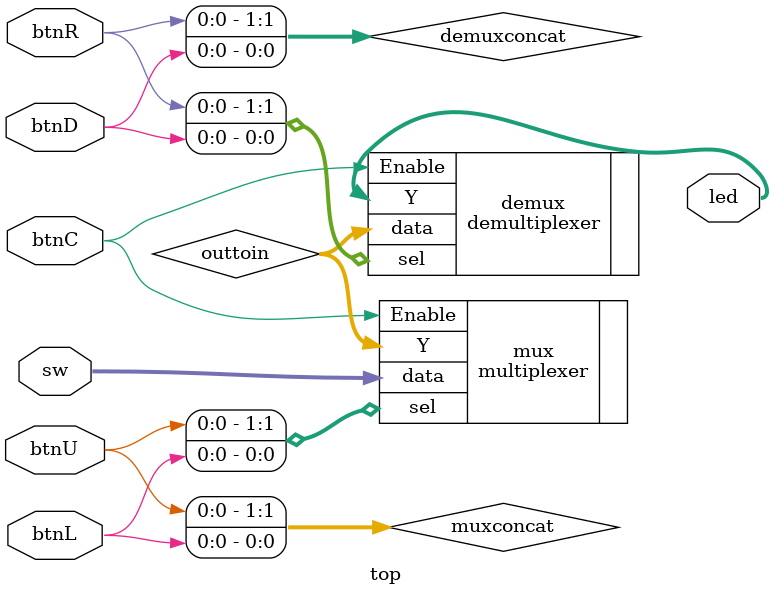
<source format=v>
module top(
    input [15:0] sw,
    input btnL, btnU, btnD, btnR, btnC,
    output [15:0] led
    );
    wire [1:0] muxconcat;
    wire [1:0] demuxconcat;
    wire [3:0] outtoin;
    
    assign muxconcat = {btnU, btnL};
    assign demuxconcat = {btnR, btnD};
    
    multiplexer mux(
        .data(sw),
        .sel(muxconcat),
        .Enable(btnC),
        .Y(outtoin)
    );
    
    demultiplexer demux(
        .data(outtoin),
        .sel(demuxconcat),
        .Enable(btnC),
        .Y(led)
    );
endmodule

</source>
